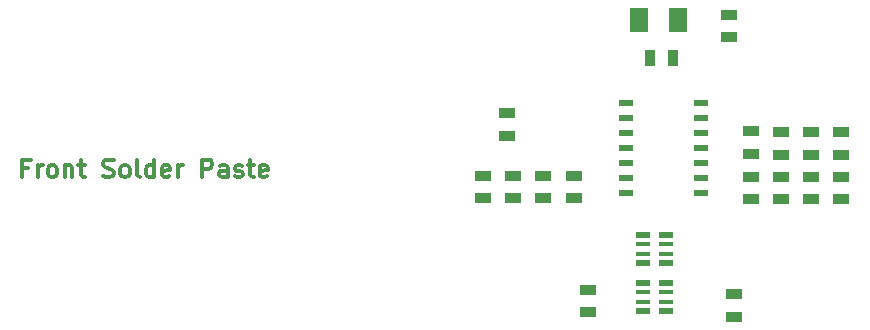
<source format=gtp>
G04 (created by PCBNEW (2013-07-07 BZR 4022)-stable) date 06/11/2013 18:13:24*
%MOIN*%
G04 Gerber Fmt 3.4, Leading zero omitted, Abs format*
%FSLAX34Y34*%
G01*
G70*
G90*
G04 APERTURE LIST*
%ADD10C,0.00590551*%
%ADD11C,0.011811*%
%ADD12R,0.035X0.055*%
%ADD13R,0.06X0.08*%
%ADD14R,0.045X0.02*%
%ADD15R,0.055X0.035*%
%ADD16R,0.0452756X0.0248031*%
%ADD17R,0.0452756X0.0173228*%
G04 APERTURE END LIST*
G54D10*
G54D11*
X28481Y-38738D02*
X28284Y-38738D01*
X28284Y-39048D02*
X28284Y-38457D01*
X28565Y-38457D01*
X28790Y-39048D02*
X28790Y-38654D01*
X28790Y-38766D02*
X28818Y-38710D01*
X28847Y-38682D01*
X28903Y-38654D01*
X28959Y-38654D01*
X29240Y-39048D02*
X29184Y-39019D01*
X29156Y-38991D01*
X29128Y-38935D01*
X29128Y-38766D01*
X29156Y-38710D01*
X29184Y-38682D01*
X29240Y-38654D01*
X29325Y-38654D01*
X29381Y-38682D01*
X29409Y-38710D01*
X29437Y-38766D01*
X29437Y-38935D01*
X29409Y-38991D01*
X29381Y-39019D01*
X29325Y-39048D01*
X29240Y-39048D01*
X29690Y-38654D02*
X29690Y-39048D01*
X29690Y-38710D02*
X29718Y-38682D01*
X29775Y-38654D01*
X29859Y-38654D01*
X29915Y-38682D01*
X29943Y-38738D01*
X29943Y-39048D01*
X30140Y-38654D02*
X30365Y-38654D01*
X30224Y-38457D02*
X30224Y-38963D01*
X30253Y-39019D01*
X30309Y-39048D01*
X30365Y-39048D01*
X30984Y-39019D02*
X31068Y-39048D01*
X31209Y-39048D01*
X31265Y-39019D01*
X31293Y-38991D01*
X31321Y-38935D01*
X31321Y-38879D01*
X31293Y-38823D01*
X31265Y-38794D01*
X31209Y-38766D01*
X31096Y-38738D01*
X31040Y-38710D01*
X31012Y-38682D01*
X30984Y-38626D01*
X30984Y-38570D01*
X31012Y-38513D01*
X31040Y-38485D01*
X31096Y-38457D01*
X31237Y-38457D01*
X31321Y-38485D01*
X31659Y-39048D02*
X31602Y-39019D01*
X31574Y-38991D01*
X31546Y-38935D01*
X31546Y-38766D01*
X31574Y-38710D01*
X31602Y-38682D01*
X31659Y-38654D01*
X31743Y-38654D01*
X31799Y-38682D01*
X31827Y-38710D01*
X31856Y-38766D01*
X31856Y-38935D01*
X31827Y-38991D01*
X31799Y-39019D01*
X31743Y-39048D01*
X31659Y-39048D01*
X32193Y-39048D02*
X32137Y-39019D01*
X32109Y-38963D01*
X32109Y-38457D01*
X32671Y-39048D02*
X32671Y-38457D01*
X32671Y-39019D02*
X32615Y-39048D01*
X32502Y-39048D01*
X32446Y-39019D01*
X32418Y-38991D01*
X32390Y-38935D01*
X32390Y-38766D01*
X32418Y-38710D01*
X32446Y-38682D01*
X32502Y-38654D01*
X32615Y-38654D01*
X32671Y-38682D01*
X33177Y-39019D02*
X33121Y-39048D01*
X33008Y-39048D01*
X32952Y-39019D01*
X32924Y-38963D01*
X32924Y-38738D01*
X32952Y-38682D01*
X33008Y-38654D01*
X33121Y-38654D01*
X33177Y-38682D01*
X33205Y-38738D01*
X33205Y-38794D01*
X32924Y-38851D01*
X33458Y-39048D02*
X33458Y-38654D01*
X33458Y-38766D02*
X33487Y-38710D01*
X33515Y-38682D01*
X33571Y-38654D01*
X33627Y-38654D01*
X34274Y-39048D02*
X34274Y-38457D01*
X34499Y-38457D01*
X34555Y-38485D01*
X34583Y-38513D01*
X34611Y-38570D01*
X34611Y-38654D01*
X34583Y-38710D01*
X34555Y-38738D01*
X34499Y-38766D01*
X34274Y-38766D01*
X35118Y-39048D02*
X35118Y-38738D01*
X35089Y-38682D01*
X35033Y-38654D01*
X34921Y-38654D01*
X34865Y-38682D01*
X35118Y-39019D02*
X35061Y-39048D01*
X34921Y-39048D01*
X34865Y-39019D01*
X34836Y-38963D01*
X34836Y-38907D01*
X34865Y-38851D01*
X34921Y-38823D01*
X35061Y-38823D01*
X35118Y-38794D01*
X35371Y-39019D02*
X35427Y-39048D01*
X35539Y-39048D01*
X35596Y-39019D01*
X35624Y-38963D01*
X35624Y-38935D01*
X35596Y-38879D01*
X35539Y-38851D01*
X35455Y-38851D01*
X35399Y-38823D01*
X35371Y-38766D01*
X35371Y-38738D01*
X35399Y-38682D01*
X35455Y-38654D01*
X35539Y-38654D01*
X35596Y-38682D01*
X35793Y-38654D02*
X36017Y-38654D01*
X35877Y-38457D02*
X35877Y-38963D01*
X35905Y-39019D01*
X35961Y-39048D01*
X36017Y-39048D01*
X36439Y-39019D02*
X36383Y-39048D01*
X36271Y-39048D01*
X36214Y-39019D01*
X36186Y-38963D01*
X36186Y-38738D01*
X36214Y-38682D01*
X36271Y-38654D01*
X36383Y-38654D01*
X36439Y-38682D01*
X36467Y-38738D01*
X36467Y-38794D01*
X36186Y-38851D01*
G54D12*
X49951Y-35059D03*
X49201Y-35059D03*
G54D13*
X50138Y-33809D03*
X48838Y-33809D03*
G54D14*
X48394Y-36570D03*
X48394Y-37070D03*
X48394Y-37570D03*
X48394Y-38070D03*
X48394Y-38570D03*
X48394Y-39070D03*
X48394Y-39570D03*
X50894Y-39570D03*
X50894Y-39070D03*
X50894Y-38070D03*
X50894Y-37570D03*
X50894Y-37070D03*
X50894Y-36570D03*
X50894Y-38570D03*
G54D15*
X43641Y-38995D03*
X43641Y-39745D03*
X54566Y-38288D03*
X54566Y-37538D03*
X55551Y-38288D03*
X55551Y-37538D03*
X53582Y-38288D03*
X53582Y-37538D03*
X51850Y-33630D03*
X51850Y-34380D03*
X52578Y-38268D03*
X52578Y-37518D03*
X52578Y-39034D03*
X52578Y-39784D03*
X51998Y-43701D03*
X51998Y-42951D03*
X53562Y-39034D03*
X53562Y-39784D03*
X44645Y-38995D03*
X44645Y-39745D03*
X54566Y-39034D03*
X54566Y-39784D03*
X45649Y-38995D03*
X45649Y-39745D03*
X47145Y-43554D03*
X47145Y-42804D03*
X46653Y-38995D03*
X46653Y-39745D03*
X55570Y-39034D03*
X55570Y-39784D03*
X44429Y-36908D03*
X44429Y-37658D03*
G54D16*
X49744Y-41909D03*
G54D17*
X49744Y-41594D03*
X49744Y-41279D03*
G54D16*
X49744Y-40964D03*
X48972Y-41909D03*
G54D17*
X48972Y-41594D03*
X48972Y-41279D03*
G54D16*
X48972Y-40964D03*
X49744Y-43513D03*
G54D17*
X49744Y-43198D03*
X49744Y-42883D03*
G54D16*
X49744Y-42568D03*
X48972Y-43513D03*
G54D17*
X48972Y-43198D03*
X48972Y-42883D03*
G54D16*
X48972Y-42568D03*
M02*

</source>
